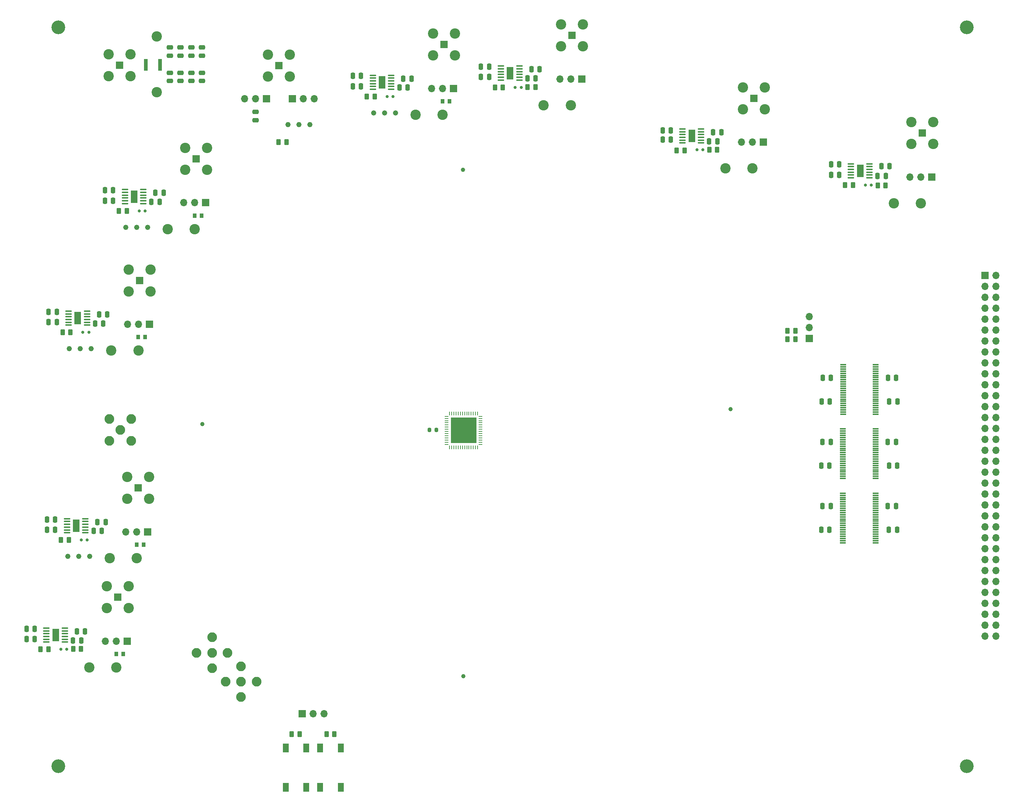
<source format=gbr>
%TF.GenerationSoftware,KiCad,Pcbnew,7.0.1-0*%
%TF.CreationDate,2023-04-17T18:48:32+01:00*%
%TF.ProjectId,cyborg65r2_thermo_pcb,6379626f-7267-4363-9572-325f74686572,rev?*%
%TF.SameCoordinates,Original*%
%TF.FileFunction,Soldermask,Top*%
%TF.FilePolarity,Negative*%
%FSLAX46Y46*%
G04 Gerber Fmt 4.6, Leading zero omitted, Abs format (unit mm)*
G04 Created by KiCad (PCBNEW 7.0.1-0) date 2023-04-17 18:48:32*
%MOMM*%
%LPD*%
G01*
G04 APERTURE LIST*
G04 Aperture macros list*
%AMRoundRect*
0 Rectangle with rounded corners*
0 $1 Rounding radius*
0 $2 $3 $4 $5 $6 $7 $8 $9 X,Y pos of 4 corners*
0 Add a 4 corners polygon primitive as box body*
4,1,4,$2,$3,$4,$5,$6,$7,$8,$9,$2,$3,0*
0 Add four circle primitives for the rounded corners*
1,1,$1+$1,$2,$3*
1,1,$1+$1,$4,$5*
1,1,$1+$1,$6,$7*
1,1,$1+$1,$8,$9*
0 Add four rect primitives between the rounded corners*
20,1,$1+$1,$2,$3,$4,$5,0*
20,1,$1+$1,$4,$5,$6,$7,0*
20,1,$1+$1,$6,$7,$8,$9,0*
20,1,$1+$1,$8,$9,$2,$3,0*%
G04 Aperture macros list end*
%ADD10R,1.785000X1.785000*%
%ADD11C,2.400000*%
%ADD12R,0.890000X1.020000*%
%ADD13RoundRect,0.250000X0.250000X0.475000X-0.250000X0.475000X-0.250000X-0.475000X0.250000X-0.475000X0*%
%ADD14RoundRect,0.250000X-0.250000X-0.475000X0.250000X-0.475000X0.250000X0.475000X-0.250000X0.475000X0*%
%ADD15R,1.650000X2.850000*%
%ADD16RoundRect,0.100000X-0.625000X-0.100000X0.625000X-0.100000X0.625000X0.100000X-0.625000X0.100000X0*%
%ADD17RoundRect,0.250000X-0.262500X-0.450000X0.262500X-0.450000X0.262500X0.450000X-0.262500X0.450000X0*%
%ADD18C,1.240000*%
%ADD19RoundRect,0.250000X-0.475000X0.250000X-0.475000X-0.250000X0.475000X-0.250000X0.475000X0.250000X0*%
%ADD20R,1.700000X1.700000*%
%ADD21O,1.700000X1.700000*%
%ADD22RoundRect,0.250000X0.262500X0.450000X-0.262500X0.450000X-0.262500X-0.450000X0.262500X-0.450000X0*%
%ADD23R,1.475000X0.300000*%
%ADD24C,3.200000*%
%ADD25RoundRect,0.250000X0.475000X-0.250000X0.475000X0.250000X-0.475000X0.250000X-0.475000X-0.250000X0*%
%ADD26C,2.250000*%
%ADD27RoundRect,0.150000X-0.150000X-0.200000X0.150000X-0.200000X0.150000X0.200000X-0.150000X0.200000X0*%
%ADD28C,1.000000*%
%ADD29R,5.900000X5.900000*%
%ADD30RoundRect,0.062500X-0.062500X-0.375000X0.062500X-0.375000X0.062500X0.375000X-0.062500X0.375000X0*%
%ADD31RoundRect,0.062500X-0.375000X-0.062500X0.375000X-0.062500X0.375000X0.062500X-0.375000X0.062500X0*%
%ADD32R,1.400000X2.100000*%
%ADD33R,0.880000X2.810000*%
%ADD34RoundRect,0.200000X0.200000X0.275000X-0.200000X0.275000X-0.200000X-0.275000X0.200000X-0.275000X0*%
G04 APERTURE END LIST*
D10*
%TO.C,J19*%
X145395000Y-79750000D03*
D11*
X142855000Y-82290000D03*
X147935000Y-82290000D03*
X147935000Y-77210000D03*
X142855000Y-77210000D03*
%TD*%
D12*
%TO.C,L5*%
X202631000Y-66355000D03*
X204259000Y-66355000D03*
%TD*%
D11*
%TO.C,J26*%
X129405000Y-153695000D03*
X134485000Y-153695000D03*
X134485000Y-158775000D03*
X129405000Y-158775000D03*
D10*
X131945000Y-156235000D03*
%TD*%
D13*
%TO.C,C51*%
X290885000Y-160470000D03*
X292785000Y-160470000D03*
%TD*%
D14*
%TO.C,C35*%
X124765000Y-115890000D03*
X122865000Y-115890000D03*
%TD*%
D15*
%TO.C,U5*%
X112810000Y-190415000D03*
D16*
X114960000Y-188790000D03*
X114960000Y-189440000D03*
X114960000Y-190090000D03*
X114960000Y-190740000D03*
X114960000Y-191390000D03*
X114960000Y-192040000D03*
X110660000Y-192040000D03*
X110660000Y-191390000D03*
X110660000Y-190740000D03*
X110660000Y-190090000D03*
X110660000Y-189440000D03*
X110660000Y-188790000D03*
%TD*%
D17*
%TO.C,R10*%
X116227500Y-120090000D03*
X114402500Y-120090000D03*
%TD*%
D11*
%TO.C,J9*%
X232435000Y-67340000D03*
%TD*%
%TO.C,J21*%
X132015000Y-124290000D03*
%TD*%
D14*
%TO.C,C20*%
X223285000Y-58940000D03*
X225185000Y-58940000D03*
%TD*%
D18*
%TO.C,VR2*%
X121065000Y-123890000D03*
X118525000Y-123890000D03*
X115985000Y-123890000D03*
%TD*%
D17*
%TO.C,R4*%
X264622500Y-77665000D03*
X266447500Y-77665000D03*
%TD*%
D19*
%TO.C,C48*%
X146805000Y-59765000D03*
X146805000Y-61665000D03*
%TD*%
D20*
%TO.C,J38*%
X161785000Y-65820000D03*
D21*
X159245000Y-65820000D03*
X156705000Y-65820000D03*
%TD*%
D15*
%TO.C,U9*%
X188600000Y-61960000D03*
D16*
X190750000Y-60335000D03*
X190750000Y-60985000D03*
X190750000Y-61635000D03*
X190750000Y-62285000D03*
X190750000Y-62935000D03*
X190750000Y-63585000D03*
X186450000Y-63585000D03*
X186450000Y-62935000D03*
X186450000Y-62285000D03*
X186450000Y-61635000D03*
X186450000Y-60985000D03*
X186450000Y-60335000D03*
%TD*%
D22*
%TO.C,R17*%
X167607500Y-213465000D03*
X169432500Y-213465000D03*
%TD*%
D14*
%TO.C,C24*%
X119635000Y-189540000D03*
X117735000Y-189540000D03*
%TD*%
D20*
%TO.C,J41*%
X287790000Y-121526199D03*
D21*
X287790000Y-118986199D03*
X287790000Y-116446199D03*
%TD*%
D23*
%TO.C,U12*%
X303210000Y-157450000D03*
X303210000Y-157950000D03*
X303210000Y-158450000D03*
X303210000Y-158950000D03*
X303210000Y-159450000D03*
X303210000Y-159950000D03*
X303210000Y-160450000D03*
X303210000Y-160950000D03*
X303210000Y-161450000D03*
X303210000Y-161950000D03*
X303210000Y-162450000D03*
X303210000Y-162950000D03*
X303210000Y-163450000D03*
X303210000Y-163950000D03*
X303210000Y-164450000D03*
X303210000Y-164950000D03*
X303210000Y-165450000D03*
X303210000Y-165950000D03*
X303210000Y-166450000D03*
X303210000Y-166950000D03*
X303210000Y-167450000D03*
X303210000Y-167950000D03*
X303210000Y-168450000D03*
X303210000Y-168950000D03*
X295634000Y-168950000D03*
X295634000Y-168450000D03*
X295634000Y-167950000D03*
X295634000Y-167450000D03*
X295634000Y-166950000D03*
X295634000Y-166450000D03*
X295634000Y-165950000D03*
X295634000Y-165450000D03*
X295634000Y-164950000D03*
X295634000Y-164450000D03*
X295634000Y-163950000D03*
X295634000Y-163450000D03*
X295634000Y-162950000D03*
X295634000Y-162450000D03*
X295634000Y-161950000D03*
X295634000Y-161450000D03*
X295634000Y-160950000D03*
X295634000Y-160450000D03*
X295634000Y-159950000D03*
X295634000Y-159450000D03*
X295634000Y-158950000D03*
X295634000Y-158450000D03*
X295634000Y-157950000D03*
X295634000Y-157450000D03*
%TD*%
D24*
%TO.C,H1*%
X113400000Y-49225000D03*
%TD*%
D13*
%TO.C,C53*%
X290615000Y-151040000D03*
X292515000Y-151040000D03*
%TD*%
D11*
%TO.C,J1*%
X313740000Y-90050000D03*
%TD*%
D23*
%TO.C,U11*%
X303216000Y-142520000D03*
X303216000Y-143020000D03*
X303216000Y-143520000D03*
X303216000Y-144020000D03*
X303216000Y-144520000D03*
X303216000Y-145020000D03*
X303216000Y-145520000D03*
X303216000Y-146020000D03*
X303216000Y-146520000D03*
X303216000Y-147020000D03*
X303216000Y-147520000D03*
X303216000Y-148020000D03*
X303216000Y-148520000D03*
X303216000Y-149020000D03*
X303216000Y-149520000D03*
X303216000Y-150020000D03*
X303216000Y-150520000D03*
X303216000Y-151020000D03*
X303216000Y-151520000D03*
X303216000Y-152020000D03*
X303216000Y-152520000D03*
X303216000Y-153020000D03*
X303216000Y-153520000D03*
X303216000Y-154020000D03*
X295640000Y-154020000D03*
X295640000Y-153520000D03*
X295640000Y-153020000D03*
X295640000Y-152520000D03*
X295640000Y-152020000D03*
X295640000Y-151520000D03*
X295640000Y-151020000D03*
X295640000Y-150520000D03*
X295640000Y-150020000D03*
X295640000Y-149520000D03*
X295640000Y-149020000D03*
X295640000Y-148520000D03*
X295640000Y-148020000D03*
X295640000Y-147520000D03*
X295640000Y-147020000D03*
X295640000Y-146520000D03*
X295640000Y-146020000D03*
X295640000Y-145520000D03*
X295640000Y-145020000D03*
X295640000Y-144520000D03*
X295640000Y-144020000D03*
X295640000Y-143520000D03*
X295640000Y-143020000D03*
X295640000Y-142520000D03*
%TD*%
D13*
%TO.C,C21*%
X106035000Y-188940000D03*
X107935000Y-188940000D03*
%TD*%
D12*
%TO.C,L4*%
X131601000Y-169405000D03*
X133229000Y-169405000D03*
%TD*%
D13*
%TO.C,C29*%
X111165000Y-115290000D03*
X113065000Y-115290000D03*
%TD*%
D11*
%TO.C,J29*%
X202675000Y-69485000D03*
%TD*%
D20*
%TO.C,J36*%
X167735000Y-65820000D03*
D21*
X170275000Y-65820000D03*
X172815000Y-65820000D03*
%TD*%
D25*
%TO.C,C45*%
X144305000Y-55765000D03*
X144305000Y-53865000D03*
%TD*%
D19*
%TO.C,C42*%
X139305000Y-59765000D03*
X139305000Y-61665000D03*
%TD*%
D26*
%TO.C,J47*%
X125275000Y-145280000D03*
X125275000Y-140200000D03*
X130355000Y-140200000D03*
X130355000Y-145280000D03*
X127815000Y-142740000D03*
%TD*%
D11*
%TO.C,J15*%
X124645000Y-179100000D03*
X129725000Y-179100000D03*
X129725000Y-184180000D03*
X124645000Y-184180000D03*
D10*
X127185000Y-181640000D03*
%TD*%
D13*
%TO.C,C30*%
X110795000Y-163535000D03*
X112695000Y-163535000D03*
%TD*%
D27*
%TO.C,D1*%
X300840000Y-85850000D03*
X302240000Y-85850000D03*
%TD*%
D13*
%TO.C,C25*%
X126145000Y-87050000D03*
X124245000Y-87050000D03*
%TD*%
D11*
%TO.C,J17*%
X145095000Y-96050000D03*
%TD*%
D13*
%TO.C,C13*%
X255685000Y-73105000D03*
X253785000Y-73105000D03*
%TD*%
D16*
%TO.C,U3*%
X258405000Y-72815000D03*
X258405000Y-73465000D03*
X258405000Y-74115000D03*
X258405000Y-74765000D03*
X258405000Y-75415000D03*
X258405000Y-76065000D03*
X262705000Y-76065000D03*
X262705000Y-75415000D03*
X262705000Y-74765000D03*
X262705000Y-74115000D03*
X262705000Y-73465000D03*
X262705000Y-72815000D03*
D15*
X260555000Y-74440000D03*
%TD*%
D17*
%TO.C,R5*%
X214822500Y-63140000D03*
X216647500Y-63140000D03*
%TD*%
D11*
%TO.C,J2*%
X307440000Y-90050000D03*
%TD*%
%TO.C,J23*%
X131645000Y-172535000D03*
%TD*%
D28*
%TO.C,FID1*%
X269585000Y-137920000D03*
%TD*%
D29*
%TO.C,U1*%
X207543312Y-142837000D03*
D30*
X204293312Y-138899500D03*
X204793312Y-138899500D03*
X205293312Y-138899500D03*
X205793312Y-138899500D03*
X206293312Y-138899500D03*
X206793312Y-138899500D03*
X207293312Y-138899500D03*
X207793312Y-138899500D03*
X208293312Y-138899500D03*
X208793312Y-138899500D03*
X209293312Y-138899500D03*
X209793312Y-138899500D03*
X210293312Y-138899500D03*
X210793312Y-138899500D03*
D31*
X211480812Y-139587000D03*
X211480812Y-140087000D03*
X211480812Y-140587000D03*
X211480812Y-141087000D03*
X211480812Y-141587000D03*
X211480812Y-142087000D03*
X211480812Y-142587000D03*
X211480812Y-143087000D03*
X211480812Y-143587000D03*
X211480812Y-144087000D03*
X211480812Y-144587000D03*
X211480812Y-145087000D03*
X211480812Y-145587000D03*
X211480812Y-146087000D03*
D30*
X210793312Y-146774500D03*
X210293312Y-146774500D03*
X209793312Y-146774500D03*
X209293312Y-146774500D03*
X208793312Y-146774500D03*
X208293312Y-146774500D03*
X207793312Y-146774500D03*
X207293312Y-146774500D03*
X206793312Y-146774500D03*
X206293312Y-146774500D03*
X205793312Y-146774500D03*
X205293312Y-146774500D03*
X204793312Y-146774500D03*
X204293312Y-146774500D03*
D31*
X203605812Y-146087000D03*
X203605812Y-145587000D03*
X203605812Y-145087000D03*
X203605812Y-144587000D03*
X203605812Y-144087000D03*
X203605812Y-143587000D03*
X203605812Y-143087000D03*
X203605812Y-142587000D03*
X203605812Y-142087000D03*
X203605812Y-141587000D03*
X203605812Y-141087000D03*
X203605812Y-140587000D03*
X203605812Y-140087000D03*
X203605812Y-139587000D03*
%TD*%
D27*
%TO.C,D3*%
X220935000Y-63140000D03*
X219535000Y-63140000D03*
%TD*%
D15*
%TO.C,U8*%
X117570000Y-165010000D03*
D16*
X119720000Y-163385000D03*
X119720000Y-164035000D03*
X119720000Y-164685000D03*
X119720000Y-165335000D03*
X119720000Y-165985000D03*
X119720000Y-166635000D03*
X115420000Y-166635000D03*
X115420000Y-165985000D03*
X115420000Y-165335000D03*
X115420000Y-164685000D03*
X115420000Y-164035000D03*
X115420000Y-163385000D03*
%TD*%
D11*
%TO.C,J18*%
X138785000Y-96050000D03*
%TD*%
D20*
%TO.C,J20*%
X147625000Y-89950000D03*
D21*
X145085000Y-89950000D03*
X142545000Y-89950000D03*
%TD*%
D14*
%TO.C,C27*%
X135045000Y-89750000D03*
X136945000Y-89750000D03*
%TD*%
D17*
%TO.C,R18*%
X177532500Y-213465000D03*
X175707500Y-213465000D03*
%TD*%
D11*
%TO.C,J13*%
X126885000Y-197940000D03*
%TD*%
D17*
%TO.C,R7*%
X111097500Y-193740000D03*
X109272500Y-193740000D03*
%TD*%
%TO.C,R15*%
X282790000Y-121656199D03*
X284615000Y-121656199D03*
%TD*%
D13*
%TO.C,C52*%
X290940000Y-130610000D03*
X292840000Y-130610000D03*
%TD*%
D28*
%TO.C,FID2*%
X207425000Y-82305000D03*
%TD*%
D10*
%TO.C,J37*%
X164680000Y-58090000D03*
D11*
X162140000Y-60630000D03*
X167220000Y-60630000D03*
X167220000Y-55550000D03*
X162140000Y-55550000D03*
%TD*%
D32*
%TO.C,S2*%
X174220000Y-225765000D03*
X174220000Y-216665000D03*
X179020000Y-225765000D03*
X179020000Y-216665000D03*
%TD*%
D21*
%TO.C,J48*%
X175110000Y-208665000D03*
X172570000Y-208665000D03*
D20*
X170030000Y-208665000D03*
%TD*%
D19*
%TO.C,C41*%
X141805000Y-59765000D03*
X141805000Y-61665000D03*
%TD*%
D17*
%TO.C,R12*%
X186887500Y-65285000D03*
X185062500Y-65285000D03*
%TD*%
D16*
%TO.C,U4*%
X216210000Y-58190000D03*
X216210000Y-58840000D03*
X216210000Y-59490000D03*
X216210000Y-60140000D03*
X216210000Y-60790000D03*
X216210000Y-61440000D03*
X220510000Y-61440000D03*
X220510000Y-60790000D03*
X220510000Y-60140000D03*
X220510000Y-59490000D03*
X220510000Y-58840000D03*
X220510000Y-58190000D03*
D15*
X218360000Y-59815000D03*
%TD*%
D11*
%TO.C,J14*%
X120575000Y-197940000D03*
%TD*%
D13*
%TO.C,C31*%
X111165000Y-117690000D03*
X113065000Y-117690000D03*
%TD*%
D11*
%TO.C,J24*%
X125325000Y-172535000D03*
%TD*%
D13*
%TO.C,C38*%
X181825000Y-60485000D03*
X183725000Y-60485000D03*
%TD*%
D24*
%TO.C,H2*%
X324400000Y-49225000D03*
%TD*%
D28*
%TO.C,FID3*%
X146880000Y-141425000D03*
%TD*%
D33*
%TO.C,F1*%
X133750000Y-57905000D03*
X137020000Y-57905000D03*
%TD*%
D12*
%TO.C,L2*%
X146679000Y-92920000D03*
X145051000Y-92920000D03*
%TD*%
D14*
%TO.C,C59*%
X308235000Y-151040000D03*
X306335000Y-151040000D03*
%TD*%
D13*
%TO.C,C26*%
X126145000Y-89450000D03*
X124245000Y-89450000D03*
%TD*%
D10*
%TO.C,J11*%
X232735000Y-51040000D03*
D11*
X230195000Y-53580000D03*
X235275000Y-53580000D03*
X235275000Y-48500000D03*
X230195000Y-48500000D03*
%TD*%
D14*
%TO.C,C58*%
X308010000Y-130610000D03*
X306110000Y-130610000D03*
%TD*%
D21*
%TO.C,J16*%
X124335000Y-191840000D03*
X126875000Y-191840000D03*
D20*
X129415000Y-191840000D03*
%TD*%
D26*
%TO.C,J40*%
X155847887Y-204839136D03*
X152255785Y-201247034D03*
X155847887Y-197654932D03*
X159439989Y-201247034D03*
X155847887Y-201247034D03*
%TD*%
D21*
%TO.C,J27*%
X129465000Y-118190000D03*
X132005000Y-118190000D03*
D20*
X134545000Y-118190000D03*
%TD*%
D16*
%TO.C,U6*%
X128870000Y-86900000D03*
X128870000Y-87550000D03*
X128870000Y-88200000D03*
X128870000Y-88850000D03*
X128870000Y-89500000D03*
X128870000Y-90150000D03*
X133170000Y-90150000D03*
X133170000Y-89500000D03*
X133170000Y-88850000D03*
X133170000Y-88200000D03*
X133170000Y-87550000D03*
X133170000Y-86900000D03*
D15*
X131020000Y-88525000D03*
%TD*%
D27*
%TO.C,D2*%
X263135000Y-77665000D03*
X261735000Y-77665000D03*
%TD*%
D10*
%TO.C,J7*%
X274935000Y-65665000D03*
D11*
X272395000Y-68205000D03*
X277475000Y-68205000D03*
X277475000Y-63125000D03*
X272395000Y-63125000D03*
%TD*%
D15*
%TO.C,U7*%
X117940000Y-116765000D03*
D16*
X120090000Y-115140000D03*
X120090000Y-115790000D03*
X120090000Y-116440000D03*
X120090000Y-117090000D03*
X120090000Y-117740000D03*
X120090000Y-118390000D03*
X115790000Y-118390000D03*
X115790000Y-117740000D03*
X115790000Y-117090000D03*
X115790000Y-116440000D03*
X115790000Y-115790000D03*
X115790000Y-115140000D03*
%TD*%
D17*
%TO.C,R9*%
X127482500Y-91850000D03*
X129307500Y-91850000D03*
%TD*%
D18*
%TO.C,VR1*%
X129065000Y-95650000D03*
X131605000Y-95650000D03*
X134145000Y-95650000D03*
%TD*%
D14*
%TO.C,C39*%
X194525000Y-63185000D03*
X192625000Y-63185000D03*
%TD*%
D15*
%TO.C,U2*%
X299665000Y-82525000D03*
D16*
X301815000Y-80900000D03*
X301815000Y-81550000D03*
X301815000Y-82200000D03*
X301815000Y-82850000D03*
X301815000Y-83500000D03*
X301815000Y-84150000D03*
X297515000Y-84150000D03*
X297515000Y-83500000D03*
X297515000Y-82850000D03*
X297515000Y-82200000D03*
X297515000Y-81550000D03*
X297515000Y-80900000D03*
%TD*%
D19*
%TO.C,C49*%
X159260000Y-68870000D03*
X159260000Y-70770000D03*
%TD*%
D13*
%TO.C,C10*%
X292890000Y-83450000D03*
X294790000Y-83450000D03*
%TD*%
D23*
%TO.C,U10*%
X303271000Y-127590000D03*
X303271000Y-128090000D03*
X303271000Y-128590000D03*
X303271000Y-129090000D03*
X303271000Y-129590000D03*
X303271000Y-130090000D03*
X303271000Y-130590000D03*
X303271000Y-131090000D03*
X303271000Y-131590000D03*
X303271000Y-132090000D03*
X303271000Y-132590000D03*
X303271000Y-133090000D03*
X303271000Y-133590000D03*
X303271000Y-134090000D03*
X303271000Y-134590000D03*
X303271000Y-135090000D03*
X303271000Y-135590000D03*
X303271000Y-136090000D03*
X303271000Y-136590000D03*
X303271000Y-137090000D03*
X303271000Y-137590000D03*
X303271000Y-138090000D03*
X303271000Y-138590000D03*
X303271000Y-139090000D03*
X295695000Y-139090000D03*
X295695000Y-138590000D03*
X295695000Y-138090000D03*
X295695000Y-137590000D03*
X295695000Y-137090000D03*
X295695000Y-136590000D03*
X295695000Y-136090000D03*
X295695000Y-135590000D03*
X295695000Y-135090000D03*
X295695000Y-134590000D03*
X295695000Y-134090000D03*
X295695000Y-133590000D03*
X295695000Y-133090000D03*
X295695000Y-132590000D03*
X295695000Y-132090000D03*
X295695000Y-131590000D03*
X295695000Y-131090000D03*
X295695000Y-130590000D03*
X295695000Y-130090000D03*
X295695000Y-129590000D03*
X295695000Y-129090000D03*
X295695000Y-128590000D03*
X295695000Y-128090000D03*
X295695000Y-127590000D03*
%TD*%
D12*
%TO.C,L3*%
X131971000Y-121160000D03*
X133599000Y-121160000D03*
%TD*%
D11*
%TO.C,J34*%
X136305000Y-51265000D03*
%TD*%
D14*
%TO.C,C12*%
X304590000Y-81450000D03*
X306490000Y-81450000D03*
%TD*%
D20*
%TO.C,J4*%
X316280000Y-83950000D03*
D21*
X313740000Y-83950000D03*
X311200000Y-83950000D03*
%TD*%
D11*
%TO.C,J5*%
X274645000Y-81965000D03*
%TD*%
D25*
%TO.C,C43*%
X139305000Y-55765000D03*
X139305000Y-53865000D03*
%TD*%
D14*
%TO.C,C28*%
X135945000Y-87650000D03*
X137845000Y-87650000D03*
%TD*%
D17*
%TO.C,R3*%
X257022500Y-77765000D03*
X258847500Y-77765000D03*
%TD*%
%TO.C,R2*%
X303727500Y-85950000D03*
X305552500Y-85950000D03*
%TD*%
D14*
%TO.C,C56*%
X307955000Y-145540000D03*
X306055000Y-145540000D03*
%TD*%
D13*
%TO.C,C54*%
X290615000Y-165970000D03*
X292515000Y-165970000D03*
%TD*%
D27*
%TO.C,D5*%
X133595000Y-91850000D03*
X132195000Y-91850000D03*
%TD*%
D21*
%TO.C,J28*%
X129095000Y-166435000D03*
X131635000Y-166435000D03*
D20*
X134175000Y-166435000D03*
%TD*%
%TO.C,J8*%
X277175000Y-75865000D03*
D21*
X274635000Y-75865000D03*
X272095000Y-75865000D03*
%TD*%
D17*
%TO.C,R6*%
X222422500Y-63040000D03*
X224247500Y-63040000D03*
%TD*%
D11*
%TO.C,J6*%
X268335000Y-81965000D03*
%TD*%
D18*
%TO.C,VR4*%
X191725000Y-69085000D03*
X189185000Y-69085000D03*
X186645000Y-69085000D03*
%TD*%
D13*
%TO.C,C14*%
X255685000Y-75275000D03*
X253785000Y-75275000D03*
%TD*%
D21*
%TO.C,J46*%
X331200000Y-190625000D03*
X328660000Y-190625000D03*
X331200000Y-188085000D03*
X328660000Y-188085000D03*
X331200000Y-185545000D03*
X328660000Y-185545000D03*
X331200000Y-183005000D03*
X328660000Y-183005000D03*
X331200000Y-180465000D03*
X328660000Y-180465000D03*
X331200000Y-177925000D03*
X328660000Y-177925000D03*
X331200000Y-175385000D03*
X328660000Y-175385000D03*
X331200000Y-172845000D03*
X328660000Y-172845000D03*
X331200000Y-170305000D03*
X328660000Y-170305000D03*
X331200000Y-167765000D03*
X328660000Y-167765000D03*
X331200000Y-165225000D03*
X328660000Y-165225000D03*
X331200000Y-162685000D03*
X328660000Y-162685000D03*
X331200000Y-160145000D03*
X328660000Y-160145000D03*
X331200000Y-157605000D03*
X328660000Y-157605000D03*
X331200000Y-155065000D03*
X328660000Y-155065000D03*
X331200000Y-152525000D03*
X328660000Y-152525000D03*
X331200000Y-149985000D03*
X328660000Y-149985000D03*
X331200000Y-147445000D03*
X328660000Y-147445000D03*
X331200000Y-144905000D03*
X328660000Y-144905000D03*
X331200000Y-142365000D03*
X328660000Y-142365000D03*
X331200000Y-139825000D03*
X328660000Y-139825000D03*
X331200000Y-137285000D03*
X328660000Y-137285000D03*
X331200000Y-134745000D03*
X328660000Y-134745000D03*
X331200000Y-132205000D03*
X328660000Y-132205000D03*
X331200000Y-129665000D03*
X328660000Y-129665000D03*
X331200000Y-127125000D03*
X328660000Y-127125000D03*
X331200000Y-124585000D03*
X328660000Y-124585000D03*
X331200000Y-122045000D03*
X328660000Y-122045000D03*
X331200000Y-119505000D03*
X328660000Y-119505000D03*
X331200000Y-116965000D03*
X328660000Y-116965000D03*
X331200000Y-114425000D03*
X328660000Y-114425000D03*
X331200000Y-111885000D03*
X328660000Y-111885000D03*
X331200000Y-109345000D03*
X328660000Y-109345000D03*
X331200000Y-106805000D03*
D20*
X328660000Y-106805000D03*
%TD*%
D12*
%TO.C,L1*%
X126841000Y-194810000D03*
X128469000Y-194810000D03*
%TD*%
D17*
%TO.C,R8*%
X118697500Y-193640000D03*
X116872500Y-193640000D03*
%TD*%
%TO.C,R1*%
X297952500Y-85850000D03*
X296127500Y-85850000D03*
%TD*%
D13*
%TO.C,C32*%
X110795000Y-165935000D03*
X112695000Y-165935000D03*
%TD*%
D28*
%TO.C,FID4*%
X207465000Y-199935000D03*
%TD*%
D13*
%TO.C,C50*%
X290885000Y-145540000D03*
X292785000Y-145540000D03*
%TD*%
%TO.C,C18*%
X213485000Y-60740000D03*
X211585000Y-60740000D03*
%TD*%
D14*
%TO.C,C60*%
X308225000Y-165970000D03*
X306325000Y-165970000D03*
%TD*%
D11*
%TO.C,J35*%
X136305000Y-64265000D03*
%TD*%
D22*
%TO.C,R13*%
X166385000Y-75820000D03*
X164560000Y-75820000D03*
%TD*%
D14*
%TO.C,C33*%
X123865000Y-117990000D03*
X121965000Y-117990000D03*
%TD*%
D17*
%TO.C,R11*%
X115857500Y-168335000D03*
X114032500Y-168335000D03*
%TD*%
%TO.C,R14*%
X282787500Y-119716199D03*
X284612500Y-119716199D03*
%TD*%
D13*
%TO.C,C22*%
X106035000Y-191340000D03*
X107935000Y-191340000D03*
%TD*%
D14*
%TO.C,C15*%
X264585000Y-75665000D03*
X266485000Y-75665000D03*
%TD*%
%TO.C,C36*%
X124395000Y-164135000D03*
X122495000Y-164135000D03*
%TD*%
D11*
%TO.C,J22*%
X125695000Y-124290000D03*
%TD*%
D14*
%TO.C,C23*%
X118735000Y-191640000D03*
X116835000Y-191640000D03*
%TD*%
%TO.C,C11*%
X303690000Y-83750000D03*
X305590000Y-83750000D03*
%TD*%
D10*
%TO.C,J3*%
X314040000Y-73750000D03*
D11*
X311500000Y-76290000D03*
X316580000Y-76290000D03*
X316580000Y-71210000D03*
X311500000Y-71210000D03*
%TD*%
D26*
%TO.C,J39*%
X149139989Y-198139136D03*
X145547887Y-194547034D03*
X149139989Y-190954932D03*
X152732091Y-194547034D03*
X149139989Y-194547034D03*
%TD*%
D27*
%TO.C,D4*%
X113985000Y-193740000D03*
X115385000Y-193740000D03*
%TD*%
D11*
%TO.C,J25*%
X129775000Y-105450000D03*
X134855000Y-105450000D03*
X134855000Y-110530000D03*
X129775000Y-110530000D03*
D10*
X132315000Y-107990000D03*
%TD*%
D11*
%TO.C,J10*%
X226135000Y-67340000D03*
%TD*%
D14*
%TO.C,C34*%
X123495000Y-166235000D03*
X121595000Y-166235000D03*
%TD*%
D13*
%TO.C,C17*%
X213485000Y-58340000D03*
X211585000Y-58340000D03*
%TD*%
D24*
%TO.C,H3*%
X113400000Y-220905000D03*
%TD*%
D13*
%TO.C,C55*%
X290670000Y-136110000D03*
X292570000Y-136110000D03*
%TD*%
D25*
%TO.C,C46*%
X146805000Y-55765000D03*
X146805000Y-53865000D03*
%TD*%
D13*
%TO.C,C37*%
X181825000Y-62885000D03*
X183725000Y-62885000D03*
%TD*%
D25*
%TO.C,C44*%
X141805000Y-55765000D03*
X141805000Y-53865000D03*
%TD*%
D19*
%TO.C,C47*%
X144305000Y-59765000D03*
X144305000Y-61665000D03*
%TD*%
D18*
%TO.C,VR3*%
X120695000Y-172135000D03*
X118155000Y-172135000D03*
X115615000Y-172135000D03*
%TD*%
D14*
%TO.C,C40*%
X195425000Y-61085000D03*
X193525000Y-61085000D03*
%TD*%
D20*
%TO.C,J12*%
X234970000Y-61240000D03*
D21*
X232430000Y-61240000D03*
X229890000Y-61240000D03*
%TD*%
D11*
%TO.C,J31*%
X200435000Y-50645000D03*
X205515000Y-50645000D03*
X205515000Y-55725000D03*
X200435000Y-55725000D03*
D10*
X202975000Y-53185000D03*
%TD*%
D24*
%TO.C,H4*%
X324400000Y-220905000D03*
%TD*%
D27*
%TO.C,D8*%
X189775000Y-65285000D03*
X191175000Y-65285000D03*
%TD*%
D14*
%TO.C,C57*%
X307955000Y-160470000D03*
X306055000Y-160470000D03*
%TD*%
D34*
%TO.C,R16*%
X199568312Y-142737000D03*
X201218312Y-142737000D03*
%TD*%
D14*
%TO.C,C19*%
X222385000Y-61040000D03*
X224285000Y-61040000D03*
%TD*%
D32*
%TO.C,S1*%
X171020000Y-216665000D03*
X171020000Y-225765000D03*
X166220000Y-216665000D03*
X166220000Y-225765000D03*
%TD*%
D18*
%TO.C,VR5*%
X166720000Y-71820000D03*
X169260000Y-71820000D03*
X171800000Y-71820000D03*
%TD*%
D14*
%TO.C,C16*%
X265485000Y-73565000D03*
X267385000Y-73565000D03*
%TD*%
D27*
%TO.C,D6*%
X119115000Y-120090000D03*
X120515000Y-120090000D03*
%TD*%
D10*
%TO.C,J33*%
X127625000Y-58015000D03*
D11*
X130165000Y-60555000D03*
X130165000Y-55475000D03*
X125085000Y-55475000D03*
X125085000Y-60555000D03*
%TD*%
D27*
%TO.C,D7*%
X118745000Y-168335000D03*
X120145000Y-168335000D03*
%TD*%
D13*
%TO.C,C9*%
X292890000Y-81050000D03*
X294790000Y-81050000D03*
%TD*%
D14*
%TO.C,C61*%
X308285000Y-136110000D03*
X306385000Y-136110000D03*
%TD*%
D21*
%TO.C,J32*%
X200125000Y-63385000D03*
X202665000Y-63385000D03*
D20*
X205205000Y-63385000D03*
%TD*%
D11*
%TO.C,J30*%
X196355000Y-69485000D03*
%TD*%
M02*

</source>
